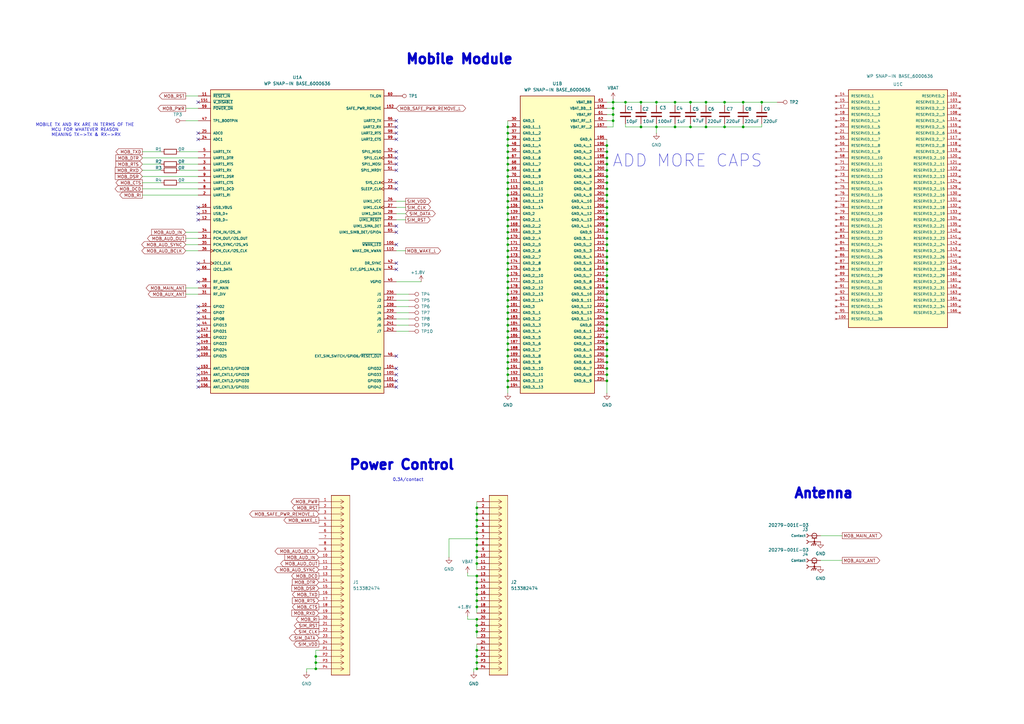
<source format=kicad_sch>
(kicad_sch (version 20250114) (generator "eeschema") (generator_version "9.0")
  (paper "A3")
  (text "ADD MORE CAPS" (at 281.94 66.04 0) (effects (font (size 5 5))))
  (text "Antenna\n" (at 337.82 202.438 0) (effects (font (size 4 4) (thickness 1) (bold yes))))
  (text "Power Control\n" (at 164.846 190.754 0) (effects (font (size 4 4) (thickness 1) (bold yes))))
  (text "MOBILE TX AND RX ARE IN TERMS OF THE \nMCU FOR WHATEVER REASON \nMEANING TX->TX & RX->RX" (at 35.306 53.34 0) (effects (font (size 1.27 1.27))))
  (text "0.3A/contact" (at 167.386 196.85 0) (effects (font (size 1.27 1.27))))
  (text "Mobile Module\n" (at 188.468 24.384 0) (effects (font (size 4 4) (thickness 1) (bold yes))))
  (junction (at 208.28 64.77))
  (junction (at 195.58 220.98))
  (junction (at 283.21 52.07))
  (junction (at 195.58 246.38))
  (junction (at 248.92 146.05))
  (junction (at 208.28 92.71))
  (junction (at 248.92 125.73))
  (junction (at 195.58 271.78))
  (junction (at 208.28 105.41))
  (junction (at 208.28 100.33))
  (junction (at 208.28 110.49))
  (junction (at 251.46 49.53))
  (junction (at 195.58 274.32))
  (junction (at 208.28 153.67))
  (junction (at 208.28 69.85))
  (junction (at 269.24 52.07))
  (junction (at 248.92 105.41))
  (junction (at 208.28 102.87))
  (junction (at 304.8 41.91))
  (junction (at 248.92 153.67))
  (junction (at 248.92 74.93))
  (junction (at 195.58 254))
  (junction (at 208.28 130.81))
  (junction (at 195.58 210.82))
  (junction (at 208.28 113.03))
  (junction (at 208.28 151.13))
  (junction (at 248.92 138.43))
  (junction (at 129.54 269.24))
  (junction (at 208.28 74.93))
  (junction (at 208.28 146.05))
  (junction (at 195.58 213.36))
  (junction (at 208.28 128.27))
  (junction (at 208.28 80.01))
  (junction (at 208.28 156.21))
  (junction (at 195.58 259.08))
  (junction (at 248.92 135.89))
  (junction (at 248.92 123.19))
  (junction (at 208.28 158.75))
  (junction (at 248.92 151.13))
  (junction (at 208.28 143.51))
  (junction (at 208.28 59.69))
  (junction (at 208.28 87.63))
  (junction (at 251.46 44.45))
  (junction (at 248.92 115.57))
  (junction (at 195.58 266.7))
  (junction (at 195.58 241.3))
  (junction (at 276.86 52.07))
  (junction (at 248.92 100.33))
  (junction (at 312.42 41.91))
  (junction (at 195.58 256.54))
  (junction (at 248.92 82.55))
  (junction (at 248.92 59.69))
  (junction (at 248.92 85.09))
  (junction (at 248.92 95.25))
  (junction (at 208.28 135.89))
  (junction (at 248.92 128.27))
  (junction (at 208.28 140.97))
  (junction (at 195.58 238.76))
  (junction (at 195.58 236.22))
  (junction (at 248.92 97.79))
  (junction (at 248.92 156.21))
  (junction (at 195.58 226.06))
  (junction (at 208.28 148.59))
  (junction (at 208.28 52.07))
  (junction (at 248.92 69.85))
  (junction (at 248.92 120.65))
  (junction (at 208.28 95.25))
  (junction (at 208.28 133.35))
  (junction (at 256.54 41.91))
  (junction (at 248.92 133.35))
  (junction (at 195.58 269.24))
  (junction (at 195.58 223.52))
  (junction (at 297.18 52.07))
  (junction (at 208.28 85.09))
  (junction (at 195.58 208.28))
  (junction (at 289.56 41.91))
  (junction (at 208.28 123.19))
  (junction (at 248.92 80.01))
  (junction (at 248.92 118.11))
  (junction (at 208.28 82.55))
  (junction (at 248.92 130.81))
  (junction (at 208.28 115.57))
  (junction (at 208.28 54.61))
  (junction (at 195.58 248.92))
  (junction (at 208.28 125.73))
  (junction (at 276.86 41.91))
  (junction (at 195.58 243.84))
  (junction (at 248.92 148.59))
  (junction (at 248.92 64.77))
  (junction (at 304.8 52.07))
  (junction (at 195.58 218.44))
  (junction (at 289.56 52.07))
  (junction (at 248.92 110.49))
  (junction (at 248.92 107.95))
  (junction (at 129.54 271.78))
  (junction (at 208.28 120.65))
  (junction (at 251.46 41.91))
  (junction (at 208.28 57.15))
  (junction (at 248.92 143.51))
  (junction (at 195.58 215.9))
  (junction (at 208.28 107.95))
  (junction (at 248.92 67.31))
  (junction (at 195.58 231.14))
  (junction (at 208.28 90.17))
  (junction (at 195.58 228.6))
  (junction (at 208.28 62.23))
  (junction (at 248.92 77.47))
  (junction (at 248.92 90.17))
  (junction (at 208.28 138.43))
  (junction (at 269.24 41.91))
  (junction (at 129.54 274.32))
  (junction (at 208.28 67.31))
  (junction (at 283.21 41.91))
  (junction (at 297.18 41.91))
  (junction (at 248.92 62.23))
  (junction (at 208.28 118.11))
  (junction (at 262.89 52.07))
  (junction (at 208.28 72.39))
  (junction (at 248.92 113.03))
  (junction (at 248.92 92.71))
  (junction (at 248.92 87.63))
  (junction (at 248.92 102.87))
  (junction (at 208.28 77.47))
  (junction (at 248.92 140.97))
  (junction (at 248.92 72.39))
  (junction (at 208.28 97.79))
  (junction (at 251.46 46.99))
  (junction (at 262.89 41.91))
  (no_connect (at 81.28 138.43))
  (no_connect (at 162.56 153.67))
  (no_connect (at 81.28 57.15))
  (no_connect (at 162.56 49.53))
  (no_connect (at 81.28 135.89))
  (no_connect (at 81.28 128.27))
  (no_connect (at 81.28 151.13))
  (no_connect (at 162.56 52.07))
  (no_connect (at 81.28 156.21))
  (no_connect (at 81.28 110.49))
  (no_connect (at 162.56 92.71))
  (no_connect (at 162.56 146.05))
  (no_connect (at 162.56 69.85))
  (no_connect (at 81.28 146.05))
  (no_connect (at 162.56 110.49))
  (no_connect (at 162.56 77.47))
  (no_connect (at 81.28 87.63))
  (no_connect (at 81.28 158.75))
  (no_connect (at 81.28 140.97))
  (no_connect (at 162.56 74.93))
  (no_connect (at 81.28 115.57))
  (no_connect (at 162.56 107.95))
  (no_connect (at 162.56 54.61))
  (no_connect (at 81.28 107.95))
  (no_connect (at 162.56 57.15))
  (no_connect (at 162.56 156.21))
  (no_connect (at 81.28 130.81))
  (no_connect (at 81.28 41.91))
  (no_connect (at 81.28 125.73))
  (no_connect (at 162.56 62.23))
  (no_connect (at 162.56 151.13))
  (no_connect (at 162.56 158.75))
  (no_connect (at 81.28 143.51))
  (no_connect (at 81.28 85.09))
  (no_connect (at 81.28 153.67))
  (no_connect (at 81.28 90.17))
  (no_connect (at 162.56 100.33))
  (no_connect (at 162.56 64.77))
  (no_connect (at 162.56 67.31))
  (no_connect (at 81.28 54.61))
  (no_connect (at 81.28 133.35))
  (no_connect (at 162.56 95.25))
  (wire (pts (xy 129.54 266.7) (xy 129.54 269.24)))
  (wire (pts (xy 162.56 133.35) (xy 167.64 133.35)))
  (wire (pts (xy 248.92 100.33) (xy 248.92 102.87)))
  (wire (pts (xy 208.28 151.13) (xy 208.28 153.67)))
  (wire (pts (xy 248.92 67.31) (xy 248.92 69.85)))
  (wire (pts (xy 208.28 123.19) (xy 208.28 125.73)))
  (wire (pts (xy 248.92 82.55) (xy 248.92 85.09)))
  (wire (pts (xy 208.28 130.81) (xy 208.28 133.35)))
  (wire (pts (xy 208.28 102.87) (xy 208.28 105.41)))
  (wire (pts (xy 248.92 105.41) (xy 248.92 107.95)))
  (wire (pts (xy 304.8 50.8) (xy 304.8 52.07)))
  (wire (pts (xy 208.28 62.23) (xy 208.28 64.77)))
  (wire (pts (xy 256.54 41.91) (xy 256.54 43.18)))
  (wire (pts (xy 248.92 62.23) (xy 248.92 64.77)))
  (wire (pts (xy 289.56 41.91) (xy 283.21 41.91)))
  (wire (pts (xy 248.92 118.11) (xy 248.92 120.65)))
  (wire (pts (xy 195.58 236.22) (xy 195.58 238.76)))
  (wire (pts (xy 248.92 113.03) (xy 248.92 115.57)))
  (wire (pts (xy 269.24 54.61) (xy 269.24 52.07)))
  (wire (pts (xy 256.54 52.07) (xy 256.54 50.8)))
  (wire (pts (xy 276.86 41.91) (xy 276.86 43.18)))
  (wire (pts (xy 208.28 115.57) (xy 208.28 118.11)))
  (wire (pts (xy 208.28 118.11) (xy 208.28 120.65)))
  (wire (pts (xy 208.28 72.39) (xy 208.28 74.93)))
  (wire (pts (xy 248.92 146.05) (xy 248.92 148.59)))
  (wire (pts (xy 248.92 49.53) (xy 251.46 49.53)))
  (wire (pts (xy 195.58 231.14) (xy 195.58 233.68)))
  (wire (pts (xy 208.28 143.51) (xy 208.28 146.05)))
  (wire (pts (xy 162.56 85.09) (xy 166.37 85.09)))
  (wire (pts (xy 304.8 41.91) (xy 297.18 41.91)))
  (wire (pts (xy 297.18 52.07) (xy 289.56 52.07)))
  (wire (pts (xy 251.46 46.99) (xy 251.46 49.53)))
  (wire (pts (xy 251.46 41.91) (xy 251.46 44.45)))
  (wire (pts (xy 251.46 40.64) (xy 251.46 41.91)))
  (wire (pts (xy 248.92 133.35) (xy 248.92 135.89)))
  (wire (pts (xy 336.55 229.87) (xy 345.44 229.87)))
  (wire (pts (xy 248.92 57.15) (xy 248.92 59.69)))
  (wire (pts (xy 191.77 234.95) (xy 191.77 236.22)))
  (wire (pts (xy 195.58 215.9) (xy 195.58 213.36)))
  (wire (pts (xy 312.42 41.91) (xy 312.42 43.18)))
  (wire (pts (xy 248.92 102.87) (xy 248.92 105.41)))
  (wire (pts (xy 208.28 153.67) (xy 208.28 156.21)))
  (wire (pts (xy 248.92 92.71) (xy 248.92 95.25)))
  (wire (pts (xy 162.56 87.63) (xy 166.37 87.63)))
  (wire (pts (xy 208.28 113.03) (xy 208.28 115.57)))
  (wire (pts (xy 195.58 246.38) (xy 195.58 248.92)))
  (wire (pts (xy 208.28 105.41) (xy 208.28 107.95)))
  (wire (pts (xy 195.58 208.28) (xy 195.58 205.74)))
  (wire (pts (xy 276.86 52.07) (xy 283.21 52.07)))
  (wire (pts (xy 195.58 226.06) (xy 195.58 228.6)))
  (wire (pts (xy 208.28 148.59) (xy 208.28 151.13)))
  (wire (pts (xy 208.28 135.89) (xy 208.28 138.43)))
  (wire (pts (xy 208.28 120.65) (xy 208.28 123.19)))
  (wire (pts (xy 184.15 228.6) (xy 184.15 220.98)))
  (wire (pts (xy 195.58 223.52) (xy 195.58 226.06)))
  (wire (pts (xy 248.92 151.13) (xy 248.92 153.67)))
  (wire (pts (xy 248.92 85.09) (xy 248.92 87.63)))
  (wire (pts (xy 208.28 49.53) (xy 208.28 52.07)))
  (wire (pts (xy 208.28 158.75) (xy 208.28 161.29)))
  (wire (pts (xy 208.28 156.21) (xy 208.28 158.75)))
  (wire (pts (xy 248.92 107.95) (xy 248.92 110.49)))
  (wire (pts (xy 248.92 97.79) (xy 248.92 100.33)))
  (wire (pts (xy 58.42 74.93) (xy 66.04 74.93)))
  (wire (pts (xy 248.92 90.17) (xy 248.92 92.71)))
  (wire (pts (xy 130.81 271.78) (xy 129.54 271.78)))
  (wire (pts (xy 191.77 254) (xy 195.58 254)))
  (wire (pts (xy 248.92 72.39) (xy 248.92 74.93)))
  (wire (pts (xy 208.28 97.79) (xy 208.28 100.33)))
  (wire (pts (xy 129.54 271.78) (xy 129.54 274.32)))
  (wire (pts (xy 195.58 228.6) (xy 195.58 231.14)))
  (wire (pts (xy 208.28 138.43) (xy 208.28 140.97)))
  (wire (pts (xy 248.92 74.93) (xy 248.92 77.47)))
  (wire (pts (xy 162.56 120.65) (xy 167.64 120.65)))
  (wire (pts (xy 289.56 52.07) (xy 283.21 52.07)))
  (wire (pts (xy 208.28 128.27) (xy 208.28 130.81)))
  (wire (pts (xy 248.92 80.01) (xy 248.92 82.55)))
  (wire (pts (xy 195.58 220.98) (xy 195.58 223.52)))
  (wire (pts (xy 208.28 77.47) (xy 208.28 80.01)))
  (wire (pts (xy 208.28 59.69) (xy 208.28 62.23)))
  (wire (pts (xy 195.58 220.98) (xy 195.58 218.44)))
  (wire (pts (xy 248.92 148.59) (xy 248.92 151.13)))
  (wire (pts (xy 256.54 52.07) (xy 262.89 52.07)))
  (wire (pts (xy 191.77 252.73) (xy 191.77 254)))
  (wire (pts (xy 162.56 102.87) (xy 166.37 102.87)))
  (wire (pts (xy 208.28 82.55) (xy 208.28 85.09)))
  (wire (pts (xy 208.28 133.35) (xy 208.28 135.89)))
  (wire (pts (xy 269.24 41.91) (xy 269.24 43.18)))
  (wire (pts (xy 195.58 210.82) (xy 195.58 208.28)))
  (wire (pts (xy 191.77 236.22) (xy 195.58 236.22)))
  (wire (pts (xy 318.77 41.91) (xy 312.42 41.91)))
  (wire (pts (xy 248.92 95.25) (xy 248.92 97.79)))
  (wire (pts (xy 76.2 44.45) (xy 81.28 44.45)))
  (wire (pts (xy 208.28 125.73) (xy 208.28 128.27)))
  (wire (pts (xy 76.2 95.25) (xy 81.28 95.25)))
  (wire (pts (xy 195.58 259.08) (xy 195.58 261.62)))
  (wire (pts (xy 208.28 69.85) (xy 208.28 72.39)))
  (wire (pts (xy 162.56 130.81) (xy 167.64 130.81)))
  (wire (pts (xy 251.46 41.91) (xy 248.92 41.91)))
  (wire (pts (xy 256.54 41.91) (xy 262.89 41.91)))
  (wire (pts (xy 251.46 52.07) (xy 251.46 49.53)))
  (wire (pts (xy 125.73 274.32) (xy 129.54 274.32)))
  (wire (pts (xy 208.28 54.61) (xy 208.28 57.15)))
  (wire (pts (xy 248.92 59.69) (xy 248.92 62.23)))
  (wire (pts (xy 73.66 67.31) (xy 81.28 67.31)))
  (wire (pts (xy 195.58 264.16) (xy 195.58 266.7)))
  (wire (pts (xy 208.28 52.07) (xy 208.28 54.61)))
  (wire (pts (xy 248.92 138.43) (xy 248.92 140.97)))
  (wire (pts (xy 76.2 118.11) (xy 81.28 118.11)))
  (wire (pts (xy 297.18 41.91) (xy 289.56 41.91)))
  (wire (pts (xy 248.92 130.81) (xy 248.92 133.35)))
  (wire (pts (xy 297.18 50.8) (xy 297.18 52.07)))
  (wire (pts (xy 312.42 50.8) (xy 312.42 52.07)))
  (wire (pts (xy 248.92 140.97) (xy 248.92 143.51)))
  (wire (pts (xy 162.56 90.17) (xy 166.37 90.17)))
  (wire (pts (xy 208.28 90.17) (xy 208.28 92.71)))
  (wire (pts (xy 248.92 128.27) (xy 248.92 130.81)))
  (wire (pts (xy 248.92 143.51) (xy 248.92 146.05)))
  (wire (pts (xy 248.92 69.85) (xy 248.92 72.39)))
  (wire (pts (xy 283.21 52.07) (xy 283.21 50.8)))
  (wire (pts (xy 248.92 87.63) (xy 248.92 90.17)))
  (wire (pts (xy 76.2 39.37) (xy 81.28 39.37)))
  (wire (pts (xy 251.46 41.91) (xy 256.54 41.91)))
  (wire (pts (xy 58.42 64.77) (xy 81.28 64.77)))
  (wire (pts (xy 195.58 218.44) (xy 195.58 215.9)))
  (wire (pts (xy 312.42 52.07) (xy 304.8 52.07)))
  (wire (pts (xy 208.28 64.77) (xy 208.28 67.31)))
  (wire (pts (xy 195.58 271.78) (xy 195.58 274.32)))
  (wire (pts (xy 73.66 62.23) (xy 81.28 62.23)))
  (wire (pts (xy 195.58 248.92) (xy 195.58 251.46)))
  (wire (pts (xy 304.8 41.91) (xy 304.8 43.18)))
  (wire (pts (xy 195.58 238.76) (xy 195.58 241.3)))
  (wire (pts (xy 195.58 274.32) (xy 194.31 274.32)))
  (wire (pts (xy 195.58 269.24) (xy 195.58 271.78)))
  (wire (pts (xy 276.86 52.07) (xy 276.86 50.8)))
  (wire (pts (xy 208.28 140.97) (xy 208.28 143.51)))
  (wire (pts (xy 184.15 220.98) (xy 195.58 220.98)))
  (wire (pts (xy 76.2 97.79) (xy 81.28 97.79)))
  (wire (pts (xy 248.92 115.57) (xy 248.92 118.11)))
  (wire (pts (xy 76.2 100.33) (xy 81.28 100.33)))
  (wire (pts (xy 336.55 219.71) (xy 345.44 219.71)))
  (wire (pts (xy 58.42 69.85) (xy 66.04 69.85)))
  (wire (pts (xy 269.24 41.91) (xy 276.86 41.91)))
  (wire (pts (xy 195.58 254) (xy 195.58 256.54)))
  (wire (pts (xy 73.66 69.85) (xy 81.28 69.85)))
  (wire (pts (xy 76.2 49.53) (xy 81.28 49.53)))
  (wire (pts (xy 208.28 100.33) (xy 208.28 102.87)))
  (wire (pts (xy 130.81 269.24) (xy 129.54 269.24)))
  (wire (pts (xy 251.46 46.99) (xy 251.46 44.45)))
  (wire (pts (xy 248.92 52.07) (xy 251.46 52.07)))
  (wire (pts (xy 262.89 41.91) (xy 262.89 43.18)))
  (wire (pts (xy 129.54 274.32) (xy 130.81 274.32)))
  (wire (pts (xy 208.28 92.71) (xy 208.28 95.25)))
  (wire (pts (xy 248.92 46.99) (xy 251.46 46.99)))
  (wire (pts (xy 208.28 146.05) (xy 208.28 148.59)))
  (wire (pts (xy 58.42 62.23) (xy 66.04 62.23)))
  (wire (pts (xy 276.86 41.91) (xy 283.21 41.91)))
  (wire (pts (xy 262.89 41.91) (xy 269.24 41.91)))
  (wire (pts (xy 248.92 64.77) (xy 248.92 67.31)))
  (wire (pts (xy 248.92 156.21) (xy 248.92 161.29)))
  (wire (pts (xy 76.2 120.65) (xy 81.28 120.65)))
  (wire (pts (xy 195.58 256.54) (xy 195.58 259.08)))
  (wire (pts (xy 312.42 41.91) (xy 304.8 41.91)))
  (wire (pts (xy 195.58 243.84) (xy 195.58 246.38)))
  (wire (pts (xy 269.24 52.07) (xy 269.24 50.8)))
  (wire (pts (xy 162.56 128.27) (xy 167.64 128.27)))
  (wire (pts (xy 58.42 80.01) (xy 81.28 80.01)))
  (wire (pts (xy 172.72 115.57) (xy 162.56 115.57)))
  (wire (pts (xy 129.54 269.24) (xy 129.54 271.78)))
  (wire (pts (xy 248.92 44.45) (xy 251.46 44.45)))
  (wire (pts (xy 208.28 57.15) (xy 208.28 59.69)))
  (wire (pts (xy 208.28 67.31) (xy 208.28 69.85)))
  (wire (pts (xy 248.92 110.49) (xy 248.92 113.03)))
  (wire (pts (xy 162.56 123.19) (xy 167.64 123.19)))
  (wire (pts (xy 195.58 213.36) (xy 195.58 210.82)))
  (wire (pts (xy 304.8 52.07) (xy 297.18 52.07)))
  (wire (pts (xy 248.92 135.89) (xy 248.92 138.43)))
  (wire (pts (xy 248.92 153.67) (xy 248.92 156.21)))
  (wire (pts (xy 289.56 43.18) (xy 289.56 41.91)))
  (wire (pts (xy 76.2 102.87) (xy 81.28 102.87)))
  (wire (pts (xy 194.31 274.32) (xy 194.31 275.59)))
  (wire (pts (xy 208.28 110.49) (xy 208.28 113.03)))
  (wire (pts (xy 208.28 74.93) (xy 208.28 77.47)))
  (wire (pts (xy 58.42 67.31) (xy 66.04 67.31)))
  (wire (pts (xy 73.66 74.93) (xy 81.28 74.93)))
  (wire (pts (xy 248.92 125.73) (xy 248.92 128.27)))
  (wire (pts (xy 269.24 52.07) (xy 276.86 52.07)))
  (wire (pts (xy 208.28 107.95) (xy 208.28 110.49)))
  (wire (pts (xy 208.28 80.01) (xy 208.28 82.55)))
  (wire (pts (xy 208.28 95.25) (xy 208.28 97.79)))
  (wire (pts (xy 58.42 72.39) (xy 81.28 72.39)))
  (wire (pts (xy 195.58 241.3) (xy 195.58 243.84)))
  (wire (pts (xy 130.81 266.7) (xy 129.54 266.7)))
  (wire (pts (xy 195.58 266.7) (xy 195.58 269.24)))
  (wire (pts (xy 162.56 135.89) (xy 167.64 135.89)))
  (wire (pts (xy 125.73 275.59) (xy 125.73 274.32)))
  (wire (pts (xy 208.28 87.63) (xy 208.28 90.17)))
  (wire (pts (xy 262.89 52.07) (xy 269.24 52.07)))
  (wire (pts (xy 289.56 50.8) (xy 289.56 52.07)))
  (wire (pts (xy 248.92 120.65) (xy 248.92 123.19)))
  (wire (pts (xy 283.21 41.91) (xy 283.21 43.18)))
  (wire (pts (xy 248.92 123.19) (xy 248.92 125.73)))
  (wire (pts (xy 248.92 77.47) (xy 248.92 80.01)))
  (wire (pts (xy 162.56 125.73) (xy 167.64 125.73)))
  (wire (pts (xy 262.89 52.07) (xy 262.89 50.8)))
  (wire (pts (xy 208.28 85.09) (xy 208.28 87.63)))
  (wire (pts (xy 297.18 41.91) (xy 297.18 43.18)))
  (wire (pts (xy 162.56 82.55) (xy 166.37 82.55)))
  (wire (pts (xy 58.42 77.47) (xy 81.28 77.47)))
  (global_label "MOB_DTR" (shape input) (at 58.42 64.77 180) (property "Intersheetrefs" "${INTERSHEET_REFS}" (effects (hide yes))))
  (global_label "MOB_SAFE_PWR_REMOVE_L" (shape bidirectional) (at 162.56 44.45 0) (property "Intersheetrefs" "${INTERSHEET_REFS}" (effects (hide yes))))
  (global_label "MOB_DCD" (shape output) (at 130.81 236.22 180) (property "Intersheetrefs" "${INTERSHEET_REFS}" (effects (hide yes))))
  (global_label "MOB_WAKE_L" (shape output) (at 130.81 213.36 180) (property "Intersheetrefs" "${INTERSHEET_REFS}" (effects (hide yes))))
  (global_label "MOB_WAKE_L" (shape output) (at 166.37 102.87 0) (property "Intersheetrefs" "${INTERSHEET_REFS}" (effects (hide yes))))
  (global_label "SIM_DATA" (shape bidirectional) (at 166.37 87.63 0) (property "Intersheetrefs" "${INTERSHEET_REFS}" (effects (hide yes))))
  (global_label "MOB_RI" (shape output) (at 130.81 254 180) (property "Intersheetrefs" "${INTERSHEET_REFS}" (effects (hide yes))))
  (global_label "SIM_VDD" (shape output) (at 130.81 264.16 180) (property "Intersheetrefs" "${INTERSHEET_REFS}" (effects (hide yes))))
  (global_label "MOB_RXD" (shape input) (at 58.42 69.85 180) (property "Intersheetrefs" "${INTERSHEET_REFS}" (effects (hide yes))))
  (global_label "MOB_AUD_SYNC" (shape bidirectional) (at 76.2 100.33 180) (property "Intersheetrefs" "${INTERSHEET_REFS}" (effects (hide yes))))
  (global_label "MOB_MAIN_ANT" (shape output) (at 345.44 219.71 0) (property "Intersheetrefs" "${INTERSHEET_REFS}" (effects (hide yes))))
  (global_label "MOB_AUX_ANT" (shape output) (at 76.2 120.65 180) (property "Intersheetrefs" "${INTERSHEET_REFS}" (effects (hide yes))))
  (global_label "MOB_AUD_IN" (shape input) (at 130.81 228.6 180) (property "Intersheetrefs" "${INTERSHEET_REFS}" (effects (hide yes))))
  (global_label "MOB_RI" (shape output) (at 58.42 80.01 180) (property "Intersheetrefs" "${INTERSHEET_REFS}" (effects (hide yes))))
  (global_label "MOB_RTS" (shape input) (at 130.81 246.38 180) (property "Intersheetrefs" "${INTERSHEET_REFS}" (effects (hide yes))))
  (global_label "MOB_AUD_BCLK" (shape bidirectional) (at 76.2 102.87 180) (property "Intersheetrefs" "${INTERSHEET_REFS}" (effects (hide yes))))
  (global_label "MOB_TXD" (shape output) (at 130.81 243.84 180) (property "Intersheetrefs" "${INTERSHEET_REFS}" (effects (hide yes))))
  (global_label "MOB_DCD" (shape output) (at 58.42 77.47 180) (property "Intersheetrefs" "${INTERSHEET_REFS}" (effects (hide yes))))
  (global_label "MOB_PWR" (shape output) (at 130.81 205.74 180) (property "Intersheetrefs" "${INTERSHEET_REFS}" (effects (hide yes))))
  (global_label "MOB_AUD_SYNC" (shape bidirectional) (at 130.81 233.68 180) (property "Intersheetrefs" "${INTERSHEET_REFS}" (effects (hide yes))))
  (global_label "SIM_DATA" (shape bidirectional) (at 130.81 261.62 180) (property "Intersheetrefs" "${INTERSHEET_REFS}" (effects (hide yes))))
  (global_label "MOB_AUD_BCLK" (shape bidirectional) (at 130.81 226.06 180) (property "Intersheetrefs" "${INTERSHEET_REFS}" (effects (hide yes))))
  (global_label "MOB_CTS" (shape output) (at 58.42 74.93 180) (property "Intersheetrefs" "${INTERSHEET_REFS}" (effects (hide yes))))
  (global_label "SIM_CLK" (shape output) (at 166.37 85.09 0) (property "Intersheetrefs" "${INTERSHEET_REFS}" (effects (hide yes))))
  (global_label "MOB_DTR" (shape input) (at 130.81 238.76 180) (property "Intersheetrefs" "${INTERSHEET_REFS}" (effects (hide yes))))
  (global_label "SIM_VDD" (shape output) (at 166.37 82.55 0) (property "Intersheetrefs" "${INTERSHEET_REFS}" (effects (hide yes))))
  (global_label "MOB_AUX_ANT" (shape output) (at 345.44 229.87 0) (property "Intersheetrefs" "${INTERSHEET_REFS}" (effects (hide yes))))
  (global_label "MOB_RXD" (shape input) (at 130.81 251.46 180) (property "Intersheetrefs" "${INTERSHEET_REFS}" (effects (hide yes))))
  (global_label "MOB_AUD_OUT" (shape output) (at 130.81 231.14 180) (property "Intersheetrefs" "${INTERSHEET_REFS}" (effects (hide yes))))
  (global_label "MOB_TXD" (shape output) (at 58.42 62.23 180) (property "Intersheetrefs" "${INTERSHEET_REFS}" (effects (hide yes))))
  (global_label "SIM_RST" (shape output) (at 166.37 90.17 0) (property "Intersheetrefs" "${INTERSHEET_REFS}" (effects (hide yes))))
  (global_label "MOB_RTS" (shape input) (at 58.42 67.31 180) (property "Intersheetrefs" "${INTERSHEET_REFS}" (effects (hide yes))))
  (global_label "SIM_RST" (shape output) (at 130.81 256.54 180) (property "Intersheetrefs" "${INTERSHEET_REFS}" (effects (hide yes))))
  (global_label "MOB_PWR" (shape output) (at 76.2 44.45 180) (property "Intersheetrefs" "${INTERSHEET_REFS}" (effects (hide yes))))
  (global_label "MOB_MAIN_ANT" (shape output) (at 76.2 118.11 180) (property "Intersheetrefs" "${INTERSHEET_REFS}" (effects (hide yes))))
  (global_label "MOB_RST" (shape output) (at 130.81 208.28 180) (property "Intersheetrefs" "${INTERSHEET_REFS}" (effects (hide yes))))
  (global_label "MOB_CTS" (shape output) (at 130.81 248.92 180) (property "Intersheetrefs" "${INTERSHEET_REFS}" (effects (hide yes))))
  (global_label "MOB_DSR" (shape input) (at 130.81 241.3 180) (property "Intersheetrefs" "${INTERSHEET_REFS}" (effects (hide yes))))
  (global_label "SIM_CLK" (shape output) (at 130.81 259.08 180) (property "Intersheetrefs" "${INTERSHEET_REFS}" (effects (hide yes))))
  (global_label "MOB_AUD_OUT" (shape output) (at 76.2 97.79 180) (property "Intersheetrefs" "${INTERSHEET_REFS}" (effects (hide yes))))
  (global_label "MOB_RST" (shape output) (at 76.2 39.37 180) (property "Intersheetrefs" "${INTERSHEET_REFS}" (effects (hide yes))))
  (global_label "MOB_AUD_IN" (shape input) (at 76.2 95.25 180) (property "Intersheetrefs" "${INTERSHEET_REFS}" (effects (hide yes))))
  (global_label "MOB_SAFE_PWR_REMOVE_L" (shape bidirectional) (at 130.81 210.82 180) (property "Intersheetrefs" "${INTERSHEET_REFS}" (effects (hide yes))))
  (global_label "MOB_DSR" (shape input) (at 58.42 72.39 180) (property "Intersheetrefs" "${INTERSHEET_REFS}" (effects (hide yes))))
  (symbol (lib_id "Connector:TestPoint") (at 76.2 49.53 90) (unit 1)
    (property "Reference" "TP3" (at 72.898 46.99 90))
    (property "Value" "TestPoint" (effects (hide yes)))
    (property "Footprint" "TestPoint:TestPoint_Pad_D1.5mm" (effects (hide yes)))
    (property "Description" "test point" (effects (hide yes)))
  )
  (symbol (lib_id "RC7620_1104625:RC7620_1104625") (at 228.6 49.53 0) (unit 2)
    (property "Reference" "U1" (at 228.6 34.29 0))
    (property "Value" "WP SNAP-IN BASE_6000636" (at 228.6 36.83 0))
    (property "Footprint" "RC7620_1104625:XCVR_RC7620_1104625" (effects (hide yes)))
    (property "MF" "Sierra Wireless" (effects (hide yes)))
    (property "MAXIMUM_PACKAGE_HEIGHT" "2.7mm" (effects (hide yes)))
    (property "Package" "BFLGA-239 Sierra Wireless" (effects (hide yes)))
    (property "Price" "None" (effects (hide yes)))
    (property "Check_prices" "https://www.snapeda.com/parts/RC7620_1104625/Sierra+Wireless/view-part/?ref=eda" (effects (hide yes)))
    (property "STANDARD" "Manufacturer Recommendations" (effects (hide yes)))
    (property "PARTREV" "12" (effects (hide yes)))
    (property "SnapEDA_Link" "https://www.snapeda.com/parts/RC7620_1104625/Sierra+Wireless/view-part/?ref=snap" (effects (hide yes)))
    (property "MP" "RC7620_1104625" (effects (hide yes)))
    (property "Description_1" "\n                        \n                            Cellular, Navigation 2G, 3G, 4G, EDGE, GPRS, GSM, LTE, UMTS Transceiver Module 900MHz, 1.8GHz Antenna Not Included Surface Mount\n                        \n" (effects (hide yes)))
    (property "MANUFACTURER" "Sierra Wireless" (effects (hide yes)))
    (property "Availability" "In Stock" (effects (hide yes)))
    (property "SNAPEDA_PN" "RC7620_1104625" (effects (hide yes)))
  )
  (symbol (lib_name "RC7620_1104625_1") (lib_id "RC7620_1104625:RC7620_1104625") (at 368.3 39.37 0) (unit 3)
    (property "Reference" "U1" (at 368.3 34.544 0))
    (property "Value" "WP SNAP-IN BASE_6000636" (at 369.062 31.242 0))
    (property "Footprint" "WP_SNAP-IN_BASE:SIERRA_WP_SNAP-IN_BASE" (effects (hide yes)))
    (property "MF" "Sierra Wireless" (effects (hide yes)))
    (property "MAXIMUM_PACKAGE_HEIGHT" "2.7mm" (effects (hide yes)))
    (property "Package" "BFLGA-239 Sierra Wireless" (effects (hide yes)))
    (property "Price" "None" (effects (hide yes)))
    (property "Check_prices" "https://www.snapeda.com/parts/RC7620_1104625/Sierra+Wireless/view-part/?ref=eda" (effects (hide yes)))
    (property "STANDARD" "Manufacturer Recommendations" (effects (hide yes)))
    (property "PARTREV" "12" (effects (hide yes)))
    (property "SnapEDA_Link" "https://www.snapeda.com/parts/RC7620_1104625/Sierra+Wireless/view-part/?ref=snap" (effects (hide yes)))
    (property "MP" "RC7620_1104625" (effects (hide yes)))
    (property "Description_1" "\n                        \n                            Cellular, Navigation 2G, 3G, 4G, EDGE, GPRS, GSM, LTE, UMTS Transceiver Module 900MHz, 1.8GHz Antenna Not Included Surface Mount\n                        \n" (effects (hide yes)))
    (property "MANUFACTURER" "Sierra Wireless" (effects (hide yes)))
    (property "Availability" "In Stock" (effects (hide yes)))
    (property "SNAPEDA_PN" "RC7620_1104625" (effects (hide yes)))
  )
  (symbol (lib_id "Capacitors:Capacitor_220uF") (at 312.42 46.99 0) (unit 1)
    (property "Reference" "C9" (at 313.182 44.704 0) (effects (justify left)))
    (property "Value" "220uF" (at 312.928 49.784 0) (effects (justify left)))
    (property "Footprint" "Capacitor_SMD:C_1206_3216Metric" (effects (hide yes)))
    (property "Datasheet" "GRM31CR60J227ME11L" (effects (hide yes)))
    (property "Description" "6.3V 220uF X5R ±20% 1206 Multilayer Ceramic Capacitors MLCC - SMD/SMT ROHS" (effects (hide yes)))
    (property "LCSC PN" "C412252" (effects (hide yes)))
  )
  (symbol (lib_id "Connector:TestPoint") (at 162.56 39.37 270) (unit 1)
    (property "Reference" "TP1" (at 167.64 39.3699 90) (effects (justify left)))
    (property "Value" "TestPoint" (effects (hide yes)))
    (property "Footprint" "TestPoint:TestPoint_Pad_D1.5mm" (effects (hide yes)))
    (property "Description" "test point" (effects (hide yes)))
  )
  (symbol (lib_id "Resistors:Resistor_0R") (at 69.85 67.31 90) (unit 1)
    (property "Reference" "R2" (at 65.024 66.294 90))
    (property "Value" "0R" (at 74.422 66.294 90))
    (property "Footprint" "Resistor_SMD:R_0402_1005Metric" (effects (hide yes)))
  )
  (symbol (lib_id "513382474:513382474") (at 195.58 205.74 0) (unit 1)
    (property "Reference" "J2" (at 209.55 238.7599 0) (effects (justify left)))
    (property "Value" "513382474" (at 209.55 241.2999 0) (effects (justify left)))
    (property "Footprint" "513382474:CON_513382474" (effects (hide yes)))
    (property "DigiKey_Part_Number" "WM8960TR-ND" (effects (hide yes)))
    (property "SnapEDA_Link" "https://www.snapeda.com/parts/513382474/Molex/view-part/?ref=snap" (effects (hide yes)))
    (property "Description_1" "24 Position Connector Receptacle, Center Strip Contacts Surface Mount Gold" (effects (hide yes)))
    (property "Package" "None" (effects (hide yes)))
    (property "Check_prices" "https://www.snapeda.com/parts/513382474/Molex/view-part/?ref=eda" (effects (hide yes)))
    (property "MF" "Molex" (effects (hide yes)))
    (property "MP" "513382474" (effects (hide yes)))
    (property "MFR_NAME" "Molex Connector Corporation" (effects (hide yes)))
    (property "MANUFACTURER_PART_NUMBER" "513382474" (effects (hide yes)))
  )
  (symbol (lib_id "20279-001E-03:20279-001E-03") (at 334.01 219.71 0) (unit 1)
    (property "Reference" "J3" (at 331.47 217.17 0) (effects (justify right)))
    (property "Value" "20279-001E-03" (at 331.724 215.392 0) (effects (justify right)))
    (property "Footprint" "20279-001E-03:IPEX_20279-001E-03" (effects (hide yes)))
    (property "MF" "I-PEX" (effects (hide yes)))
    (property "MAXIMUM_PACKAGE_HEIGHT" "1.25mm" (effects (hide yes)))
    (property "Package" "None" (effects (hide yes)))
    (property "Price" "None" (effects (hide yes)))
    (property "Check_prices" "https://www.snapeda.com/parts/20279-001E-03/I-PEX/view-part/?ref=eda" (effects (hide yes)))
    (property "STANDARD" "Manufacturer Recommendations" (effects (hide yes)))
    (property "PARTREV" "32" (effects (hide yes)))
    (property "SnapEDA_Link" "https://www.snapeda.com/parts/20279-001E-03/I-PEX/view-part/?ref=snap" (effects (hide yes)))
    (property "MP" "20279-001E-03" (effects (hide yes)))
    (property "Description_1" "\n                        \n                            1 POS Vertical SMD Small form factor with big performance through 6 GHz connector,MHF, RF, micro-coaxial MHF I Receptacle\n                        \n" (effects (hide yes)))
    (property "Availability" "In Stock" (effects (hide yes)))
    (property "MANUFACTURER" "I-PEX" (effects (hide yes)))
    (property "LCSC PN" " C36499136" (effects (hide yes)))
  )
  (symbol (lib_id "Resistors:Resistor_0R") (at 69.85 62.23 90) (unit 1)
    (property "Reference" "R1" (at 65.024 61.214 90))
    (property "Value" "0R" (at 74.422 61.214 90))
    (property "Footprint" "Resistor_SMD:R_0402_1005Metric" (effects (hide yes)))
  )
  (symbol (lib_id "power:GND") (at 269.24 54.61 0) (unit 1)
    (property "Reference" "#PWR02" (effects (hide yes)))
    (property "Value" "GND" (at 269.24 59.436 0))
    (property "Description" "Power symbol creates a global label with name \"GND\" , ground" (effects (hide yes)))
  )
  (symbol (lib_id "20279-001E-03:20279-001E-03") (at 334.01 229.87 0) (unit 1)
    (property "Reference" "J4" (at 331.47 227.33 0) (effects (justify right)))
    (property "Value" "20279-001E-03" (at 331.724 225.552 0) (effects (justify right)))
    (property "Footprint" "20279-001E-03:IPEX_20279-001E-03" (effects (hide yes)))
    (property "MF" "I-PEX" (effects (hide yes)))
    (property "MAXIMUM_PACKAGE_HEIGHT" "1.25mm" (effects (hide yes)))
    (property "Package" "None" (effects (hide yes)))
    (property "Price" "None" (effects (hide yes)))
    (property "Check_prices" "https://www.snapeda.com/parts/20279-001E-03/I-PEX/view-part/?ref=eda" (effects (hide yes)))
    (property "STANDARD" "Manufacturer Recommendations" (effects (hide yes)))
    (property "PARTREV" "32" (effects (hide yes)))
    (property "SnapEDA_Link" "https://www.snapeda.com/parts/20279-001E-03/I-PEX/view-part/?ref=snap" (effects (hide yes)))
    (property "MP" "20279-001E-03" (effects (hide yes)))
    (property "Description_1" "\n                        \n                            1 POS Vertical SMD Small form factor with big performance through 6 GHz connector,MHF, RF, micro-coaxial MHF I Receptacle\n                        \n" (effects (hide yes)))
    (property "Availability" "In Stock" (effects (hide yes)))
    (property "MANUFACTURER" "I-PEX" (effects (hide yes)))
    (property "LCSC PN" " C36499136" (effects (hide yes)))
  )
  (symbol (lib_id "power:GND") (at 208.28 161.29 0) (unit 1)
    (property "Reference" "#PWR04" (effects (hide yes)))
    (property "Value" "GND" (at 208.28 166.116 0))
    (property "Description" "Power symbol creates a global label with name \"GND\" , ground" (effects (hide yes)))
  )
  (symbol (lib_id "Capacitors:Capacitor_47uF") (at 283.21 46.99 0) (unit 1)
    (property "Reference" "C5" (at 283.972 44.704 0) (effects (justify left)))
    (property "Value" "47uF" (at 283.972 49.53 0) (effects (justify left)))
    (property "Footprint" "Capacitor_SMD:C_0805_2012Metric" (effects (hide yes)))
    (property "Description" "CAP CER 47UF 6.3V X5R 0805" (effects (hide yes)))
    (property "LCSC PN" "C109461" (effects (hide yes)))
  )
  (symbol (lib_id "RC7620_1104625:RC7620_1104625") (at 121.92 97.79 0) (unit 1)
    (property "Reference" "U1" (at 121.92 31.75 0))
    (property "Value" "WP SNAP-IN BASE_6000636" (at 121.92 34.29 0))
    (property "Footprint" "RC7620_1104625:XCVR_RC7620_1104625" (effects (hide yes)))
    (property "MF" "Sierra Wireless" (effects (hide yes)))
    (property "MAXIMUM_PACKAGE_HEIGHT" "2.7mm" (effects (hide yes)))
    (property "Package" "BFLGA-239 Sierra Wireless" (effects (hide yes)))
    (property "Price" "None" (effects (hide yes)))
    (property "Check_prices" "https://www.snapeda.com/parts/RC7620_1104625/Sierra+Wireless/view-part/?ref=eda" (effects (hide yes)))
    (property "STANDARD" "Manufacturer Recommendations" (effects (hide yes)))
    (property "PARTREV" "12" (effects (hide yes)))
    (property "SnapEDA_Link" "https://www.snapeda.com/parts/RC7620_1104625/Sierra+Wireless/view-part/?ref=snap" (effects (hide yes)))
    (property "MP" "RC7620_1104625" (effects (hide yes)))
    (property "Description_1" "\n                        \n                            Cellular, Navigation 2G, 3G, 4G, EDGE, GPRS, GSM, LTE, UMTS Transceiver Module 900MHz, 1.8GHz Antenna Not Included Surface Mount\n                        \n" (effects (hide yes)))
    (property "MANUFACTURER" "Sierra Wireless" (effects (hide yes)))
    (property "Availability" "In Stock" (effects (hide yes)))
    (property "SNAPEDA_PN" "RC7620_1104625" (effects (hide yes)))
  )
  (symbol (lib_id "Connector:TestPoint") (at 167.64 128.27 270) (unit 1)
    (property "Reference" "TP7" (at 172.72 128.2699 90) (effects (justify left)))
    (property "Value" "TestPoint" (effects (hide yes)))
    (property "Footprint" "TestPoint:TestPoint_Pad_D1.5mm" (effects (hide yes)))
    (property "Description" "test point" (effects (hide yes)))
  )
  (symbol (lib_id "Capacitors:Capacitor_220uF") (at 304.8 46.99 0) (unit 1)
    (property "Reference" "C8" (at 305.562 44.704 0) (effects (justify left)))
    (property "Value" "220uF" (at 305.308 49.784 0) (effects (justify left)))
    (property "Footprint" "Capacitor_SMD:C_1206_3216Metric" (effects (hide yes)))
    (property "Datasheet" "GRM31CR60J227ME11L" (effects (hide yes)))
    (property "Description" "6.3V 220uF X5R ±20% 1206 Multilayer Ceramic Capacitors MLCC - SMD/SMT ROHS" (effects (hide yes)))
    (property "LCSC PN" "C412252" (effects (hide yes)))
  )
  (symbol (lib_id "Capacitors:Capacitor_1uF") (at 276.86 46.99 0) (unit 1)
    (property "Reference" "C4" (at 277.368 44.45 0) (effects (justify left)))
    (property "Value" "1uF" (at 277.622 49.784 0) (effects (justify left)))
    (property "Footprint" "Capacitor_SMD:C_0201_0603Metric" (effects (hide yes)))
    (property "Description" "6.3V 1uF X5R ±20% 0201 Multilayer Ceramic Capacitors MLCC - SMD/SMT ROHS" (effects (hide yes)))
    (property "LCSC PN" "C53067" (effects (hide yes)))
  )
  (symbol (lib_id "power:GND") (at 184.15 228.6 0) (unit 1)
    (property "Reference" "#PWR07" (effects (hide yes)))
    (property "Value" "GND" (at 184.15 233.426 0))
    (property "Description" "Power symbol creates a global label with name \"GND\" , ground" (effects (hide yes)))
  )
  (symbol (lib_id "power:GND") (at 336.55 222.25 0) (unit 1)
    (property "Reference" "#PWR06" (effects (hide yes)))
    (property "Value" "GND" (at 336.55 227.076 0))
    (property "Description" "Power symbol creates a global label with name \"GND\" , ground" (effects (hide yes)))
  )
  (symbol (lib_id "power:GND") (at 336.55 232.41 0) (unit 1)
    (property "Reference" "#PWR08" (effects (hide yes)))
    (property "Value" "GND" (at 336.55 237.236 0))
    (property "Description" "Power symbol creates a global label with name \"GND\" , ground" (effects (hide yes)))
  )
  (symbol (lib_id "power:GND") (at 194.31 275.59 0) (unit 1)
    (property "Reference" "#PWR012" (effects (hide yes)))
    (property "Value" "GND" (at 194.31 280.416 0))
    (property "Description" "Power symbol creates a global label with name \"GND\" , ground" (effects (hide yes)))
  )
  (symbol (lib_id "power:VBUS") (at 191.77 234.95 0) (unit 1)
    (property "Reference" "#PWR09" (effects (hide yes)))
    (property "Value" "VBAT" (at 191.77 230.378 0))
    (property "Description" "Power symbol creates a global label with name \"VBUS\"" (effects (hide yes)))
  )
  (symbol (lib_id "power:+1V8") (at 191.77 252.73 0) (unit 1)
    (property "Reference" "#PWR010" (effects (hide yes)))
    (property "Value" "+1.8V" (at 187.452 248.92 0) (effects (justify left)))
    (property "Description" "Power symbol creates a global label with name \"+1V8\"" (effects (hide yes)))
  )
  (symbol (lib_id "power:GND") (at 248.92 161.29 0) (unit 1)
    (property "Reference" "#PWR05" (effects (hide yes)))
    (property "Value" "GND" (at 248.92 166.116 0))
    (property "Description" "Power symbol creates a global label with name \"GND\" , ground" (effects (hide yes)))
  )
  (symbol (lib_id "power:GND") (at 125.73 275.59 0) (unit 1)
    (property "Reference" "#PWR011" (effects (hide yes)))
    (property "Value" "GND" (at 125.73 280.416 0))
    (property "Description" "Power symbol creates a global label with name \"GND\" , ground" (effects (hide yes)))
  )
  (symbol (lib_id "Connector:TestPoint") (at 167.64 123.19 270) (unit 1)
    (property "Reference" "TP5" (at 172.72 123.1899 90) (effects (justify left)))
    (property "Value" "TestPoint" (effects (hide yes)))
    (property "Footprint" "TestPoint:TestPoint_Pad_D1.5mm" (effects (hide yes)))
    (property "Description" "test point" (effects (hide yes)))
  )
  (symbol (lib_id "513382474:513382474") (at 130.81 205.74 0) (unit 1)
    (property "Reference" "J1" (at 144.78 238.7599 0) (effects (justify left)))
    (property "Value" "513382474" (at 144.78 241.2999 0) (effects (justify left)))
    (property "Footprint" "513382474:CON_513382474" (effects (hide yes)))
    (property "DigiKey_Part_Number" "WM8960TR-ND" (effects (hide yes)))
    (property "SnapEDA_Link" "https://www.snapeda.com/parts/513382474/Molex/view-part/?ref=snap" (effects (hide yes)))
    (property "Description_1" "24 Position Connector Receptacle, Center Strip Contacts Surface Mount Gold" (effects (hide yes)))
    (property "Package" "None" (effects (hide yes)))
    (property "Check_prices" "https://www.snapeda.com/parts/513382474/Molex/view-part/?ref=eda" (effects (hide yes)))
    (property "MF" "Molex" (effects (hide yes)))
    (property "MP" "513382474" (effects (hide yes)))
    (property "MFR_NAME" "Molex Connector Corporation" (effects (hide yes)))
    (property "MANUFACTURER_PART_NUMBER" "513382474" (effects (hide yes)))
  )
  (symbol (lib_id "Resistors:Resistor_0R") (at 69.85 69.85 90) (unit 1)
    (property "Reference" "R3" (at 65.024 68.834 90))
    (property "Value" "0R" (at 74.422 68.834 90))
    (property "Footprint" "Resistor_SMD:R_0402_1005Metric" (effects (hide yes)))
  )
  (symbol (lib_id "Connector:TestPoint") (at 167.64 130.81 270) (unit 1)
    (property "Reference" "TP8" (at 172.72 130.8099 90) (effects (justify left)))
    (property "Value" "TestPoint" (effects (hide yes)))
    (property "Footprint" "TestPoint:TestPoint_Pad_D1.5mm" (effects (hide yes)))
    (property "Description" "test point" (effects (hide yes)))
  )
  (symbol (lib_id "Connector:TestPoint") (at 318.77 41.91 270) (unit 1)
    (property "Reference" "TP2" (at 323.85 41.9099 90) (effects (justify left)))
    (property "Value" "TestPoint" (effects (hide yes)))
    (property "Footprint" "TestPoint:TestPoint_Pad_D1.5mm" (effects (hide yes)))
    (property "Description" "test point" (effects (hide yes)))
  )
  (symbol (lib_id "Capacitors:capacitor_100nF") (at 269.24 46.99 0) (unit 1)
    (property "Reference" "C3" (at 270.51 44.196 0) (effects (justify left)))
    (property "Value" "100nF" (at 269.748 49.784 0) (effects (justify left)))
    (property "Footprint" "Capacitor_SMD:C_0201_0603Metric" (effects (hide yes)))
    (property "Description" "6.3V 100nF X5R ±10% 0201 Multilayer Ceramic Capacitors MLCC - SMD/SMT ROHS" (effects (hide yes)))
    (property "LCSC PN" "C160831" (effects (hide yes)))
  )
  (symbol (lib_id "Capacitors:Capacitor_10pF") (at 256.54 46.99 0) (unit 1)
    (property "Reference" "C1" (at 257.048 44.45 0) (effects (justify left)))
    (property "Value" "10pF" (at 256.794 49.784 0) (effects (justify left)))
    (property "Footprint" "Capacitor_SMD:C_0402_1005Metric" (effects (hide yes)))
    (property "Description" "CAP CER 10PF 16V X7R 0402" (effects (hide yes)))
    (property "LCSC PN" "C2168222" (effects (hide yes)))
  )
  (symbol (lib_id "Capacitors:Capacitor_220uF") (at 297.18 46.99 0) (unit 1)
    (property "Reference" "C7" (at 297.942 44.704 0) (effects (justify left)))
    (property "Value" "220uF" (at 297.688 49.784 0) (effects (justify left)))
    (property "Footprint" "Capacitor_SMD:C_1206_3216Metric" (effects (hide yes)))
    (property "Datasheet" "GRM31CR60J227ME11L" (effects (hide yes)))
    (property "Description" "6.3V 220uF X5R ±20% 1206 Multilayer Ceramic Capacitors MLCC - SMD/SMT ROHS" (effects (hide yes)))
    (property "LCSC PN" "C412252" (effects (hide yes)))
  )
  (symbol (lib_id "Connector:TestPoint") (at 167.64 120.65 270) (unit 1)
    (property "Reference" "TP4" (at 172.72 120.6499 90) (effects (justify left)))
    (property "Value" "TestPoint" (effects (hide yes)))
    (property "Footprint" "TestPoint:TestPoint_Pad_D1.5mm" (effects (hide yes)))
    (property "Description" "test point" (effects (hide yes)))
  )
  (symbol (lib_id "Connector:TestPoint") (at 167.64 133.35 270) (unit 1)
    (property "Reference" "TP9" (at 172.72 133.3499 90) (effects (justify left)))
    (property "Value" "TestPoint" (effects (hide yes)))
    (property "Footprint" "TestPoint:TestPoint_Pad_D1.5mm" (effects (hide yes)))
    (property "Description" "test point" (effects (hide yes)))
  )
  (symbol (lib_id "Capacitors:Capacitor_10nF") (at 262.89 46.99 0) (unit 1)
    (property "Reference" "C2" (at 263.398 44.704 0) (effects (justify left)))
    (property "Value" "10nF" (at 263.652 49.784 0) (effects (justify left)))
    (property "Footprint" "Capacitor_SMD:C_0402_1005Metric" (effects (hide yes)))
    (property "Description" "10000 pF ±10% 16V Ceramic Capacitor X7R 0402 (1005 Metric)" (effects (hide yes)))
    (property "LCSC PN" "C15195" (effects (hide yes)))
  )
  (symbol (lib_id "Connector:TestPoint") (at 167.64 135.89 270) (unit 1)
    (property "Reference" "TP10" (at 172.72 135.8899 90) (effects (justify left)))
    (property "Value" "TestPoint" (effects (hide yes)))
    (property "Footprint" "TestPoint:TestPoint_Pad_D1.5mm" (effects (hide yes)))
    (property "Description" "test point" (effects (hide yes)))
  )
  (symbol (lib_id "power:+1V8") (at 172.72 115.57 0) (unit 1)
    (property "Reference" "#PWR03" (effects (hide yes)))
    (property "Value" "+1.8V" (at 168.402 111.76 0) (effects (justify left)))
    (property "Description" "Power symbol creates a global label with name \"+1V8\"" (effects (hide yes)))
  )
  (symbol (lib_id "power:VBUS") (at 251.46 40.64 0) (unit 1)
    (property "Reference" "#PWR01" (effects (hide yes)))
    (property "Value" "VBAT" (at 251.46 36.068 0))
    (property "Description" "Power symbol creates a global label with name \"VBUS\"" (effects (hide yes)))
  )
  (symbol (lib_id "Connector:TestPoint") (at 167.64 125.73 270) (unit 1)
    (property "Reference" "TP6" (at 172.72 125.7299 90) (effects (justify left)))
    (property "Value" "TestPoint" (effects (hide yes)))
    (property "Footprint" "TestPoint:TestPoint_Pad_D1.5mm" (effects (hide yes)))
    (property "Description" "test point" (effects (hide yes)))
  )
  (symbol (lib_id "Resistors:Resistor_0R") (at 69.85 74.93 90) (unit 1)
    (property "Reference" "R4" (at 65.024 73.914 90))
    (property "Value" "0R" (at 74.422 73.914 90))
    (property "Footprint" "Resistor_SMD:R_0402_1005Metric" (effects (hide yes)))
  )
  (symbol (lib_id "Capacitors:Capacitor_220uF") (at 289.56 46.99 0) (unit 1)
    (property "Reference" "C6" (at 290.322 44.704 0) (effects (justify left)))
    (property "Value" "220uF" (at 290.068 49.784 0) (effects (justify left)))
    (property "Footprint" "Capacitor_SMD:C_1206_3216Metric" (effects (hide yes)))
    (property "Datasheet" "GRM31CR60J227ME11L" (effects (hide yes)))
    (property "Description" "6.3V 220uF X5R ±20% 1206 Multilayer Ceramic Capacitors MLCC - SMD/SMT ROHS" (effects (hide yes)))
    (property "LCSC PN" "C412252" (effects (hide yes)))
  )
)
</source>
